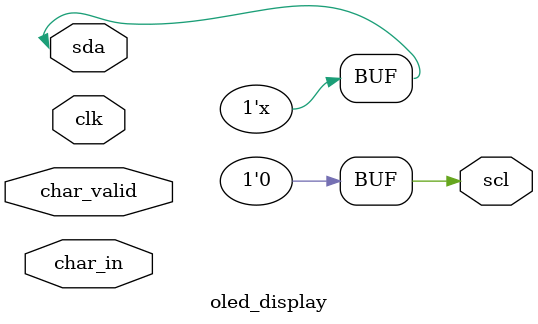
<source format=v>
module oled_display (
    input clk,
    input [7:0] char_in,
    input char_valid,
    output scl,
    inout sda
);
    // Stub module placeholder
    // You would need to integrate an actual I2C SSD1306 driver here
    assign scl = 0;
    assign sda = 1'bz;
endmodule

</source>
